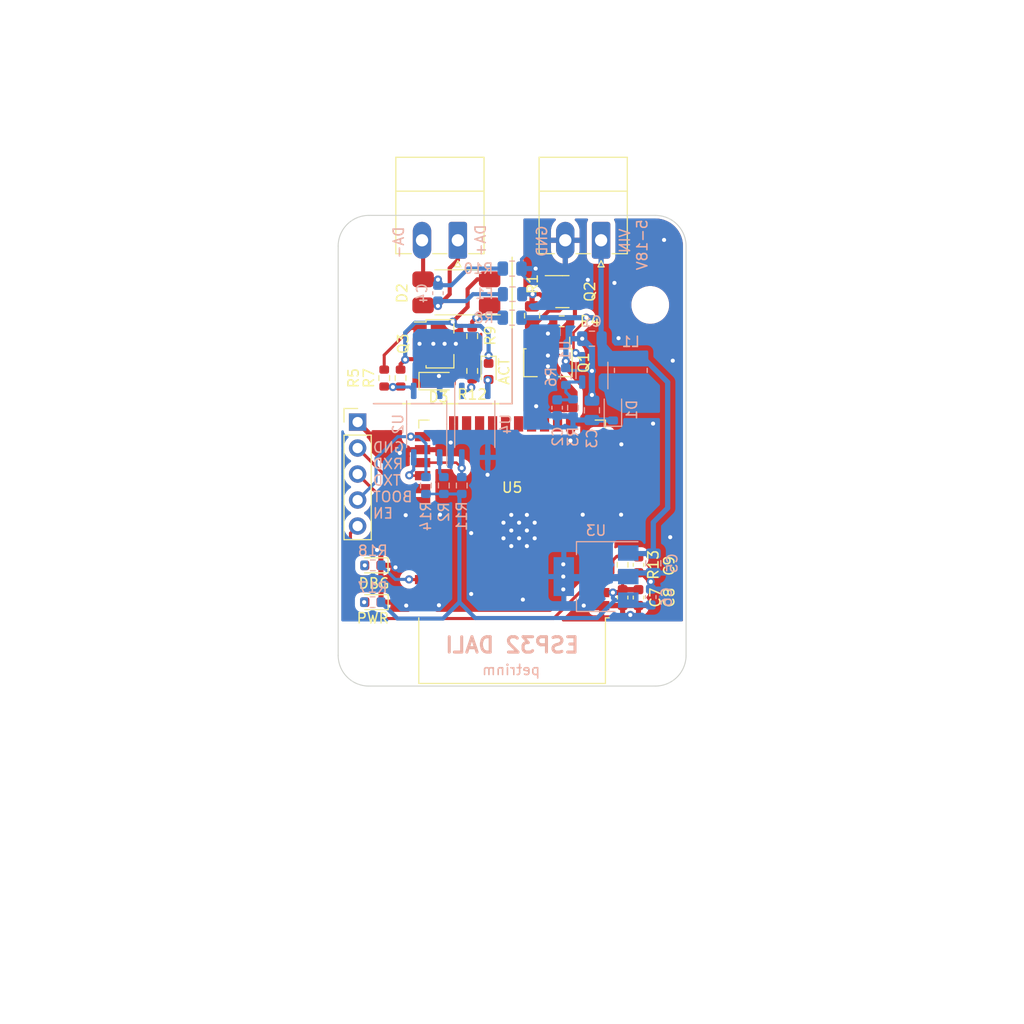
<source format=kicad_pcb>
(kicad_pcb (version 20240108) (generator "pcbnew") (generator_version "8.0")
  (title_block (title "ESP32 Dali") (date "2024-02-10") (rev "v1") (company "petrinm") (comment 4 "AISLER Project ID: "))
  (layers (0 "F.Cu" mixed) (31 "B.Cu" mixed) (34 "B.Paste" user) (35 "F.Paste" user) (36 "B.SilkS" user "B.Silkscreen") (37 "F.SilkS" user "F.Silkscreen") (38 "B.Mask" user) (39 "F.Mask" user) (44 "Edge.Cuts" user))
  (net 0 "")
  (net 1 "Net-(J2-Pin_1)")
  (net 2 "GND")
  (net 3 "Net-(J2-Pin_2)")
  (net 4 "/EN")
  (net 5 "+3V3")
  (net 7 "Net-(D2-+)")
  (net 8 "Net-(D4-A)")
  (net 9 "GNDPWR")
  (net 10 "/TXD")
  (net 11 "/RXD")
  (net 12 "/BOOT")
  (net 13 "/LED")
  (net 14 "Net-(D6-A)")
  (net 15 "Net-(R2-Pad2)")
  (net 16 "/DALI_RX")
  (net 17 "Net-(R5-Pad1)")
  (net 18 "Net-(R12-Pad1)")
  (net 40 "/DALI_TX")
  (net 41 "/VIN")
  (net 42 "Net-(Q1-B)")
  (net 43 "Net-(Q3-B)")
  (net 44 "/DALI_POWER")
  (net 45 "Net-(D5-A)")
  (net 46 "Net-(Q1-E)")
  (net 47 "Net-(D3-A)")
  (net 49 "/BOOST_OUT")
  (net 50 "/DALI_DATA")
  (net 51 "/SW")
  (net 52 "/FB")
  (footprint "Resistor_SMD:R_0603_1608Metric" (layer "F.Cu") (at 161.45 111.45 90)
    (property "Reference" "R13")
    (property "Value" "12k")
  )
  (footprint "RF_Module:ESP32-WROOM-32" (layer "F.Cu") (at 150.65 107.185 180)
    (property "Reference" "U5")
    (property "Value" "ESP32-WROOM-32")
  )
  (footprint "Connector_PinHeader_2.54mm:PinHeader_1x05_P2.54mm_Vertical" (layer "F.Cu") (at 135.55 97.5)
    (property "Reference" "J3" (hide yes))
    (property "Value" "2.54mm pin header")
  )
  (footprint "Package_TO_SOT_SMD:SOT-89-3" (layer "F.Cu") (at 154.15 91.7 -90)
    (property "Reference" "Q1")
    (property "Value" "BCX56-16")
  )
  (footprint "Resistor_SMD:R_0603_1608Metric" (layer "F.Cu") (at 139.75 93.2 -90)
    (property "Reference" "R7")
    (property "Value" "10k")
  )
  (footprint "Resistor_SMD:R_0603_1608Metric" (layer "F.Cu") (at 155.5 87.65)
    (property "Reference" "R4")
    (property "Value" "1k")
  )
  (footprint "Connector_Phoenix_MC:PhoenixContact_MC_1,5_2-G-3.5_1x02_P3.50mm_Horizontal" (layer "F.Cu") (at 145.345 79.7325 180)
    (property "Reference" "J2" (hide yes))
    (property "Value" "2pin 3.5mm terminal block")
  )
  (footprint "MountingHole:MountingHole_3.2mm_M3" (layer "F.Cu") (at 164.15 86.05)
    (property "Reference" "H2" (hide yes))
    (property "Value" "MountingHole")
  )
  (footprint "Package_TO_SOT_SMD:SOT-89-3" (layer "F.Cu") (at 143.6 89.85)
    (property "Reference" "Q3")
    (property "Value" "BCX56-16")
  )
  (footprint "ESPDali:MB1S" (layer "F.Cu") (at 145.2 84.82 180)
    (property "Reference" "D2")
    (property "Value" "MB1S")
  )
  (footprint "LED_SMD:LED_0603_1608Metric" (layer "F.Cu") (at 137.0375 111.5 180)
    (property "Reference" "D6" (hide yes))
    (property "Value" "Red LED")
  )
  (footprint "Resistor_SMD:R_0603_1608Metric" (layer "F.Cu") (at 146.75 89.1 90)
    (property "Reference" "R9")
    (property "Value" "0R")
  )
  (footprint "Capacitor_SMD:C_0603_1608Metric" (layer "F.Cu") (at 163 114.65 -90)
    (property "Reference" "C8")
    (property "Value" "1u")
  )
  (footprint "Capacitor_SMD:C_0603_1608Metric" (layer "F.Cu") (at 161.45 114.65 -90)
    (property "Reference" "C7")
    (property "Value" "100n")
  )
  (footprint "Connector_Phoenix_MC:PhoenixContact_MC_1,5_2-G-3.5_1x02_P3.50mm_Horizontal" (layer "F.Cu") (at 159.345 79.7325 180)
    (property "Reference" "J1" (hide yes))
    (property "Value" "2pin 3.5mm terminal block")
  )
  (footprint "LED_SMD:LED_0603_1608Metric" (layer "F.Cu") (at 137.05 115.1 180)
    (property "Reference" "D5" (hide yes))
    (property "Value" "Blue LED")
  )
  (footprint "Capacitor_SMD:C_0603_1608Metric" (layer "F.Cu") (at 163 111.45 -90)
    (property "Reference" "C9")
    (property "Value" "1n")
  )
  (footprint "Package_TO_SOT_SMD:SOT-23" (layer "F.Cu") (at 155.5625 84.75)
    (property "Reference" "Q2")
    (property "Value" "SMBT2222A")
  )
  (footprint "Resistor_SMD:R_0603_1608Metric" (layer "F.Cu") (at 146.75 92.5 90)
    (property "Reference" "R12")
    (property "Value" "4k7")
  )
  (footprint "Resistor_SMD:R_0603_1608Metric" (layer "F.Cu") (at 138.15 93.2 90)
    (property "Reference" "R5")
    (property "Value" "330")
  )
  (footprint "LED_SMD:LED_0603_1608Metric" (layer "F.Cu") (at 148.35 92.55 -90)
    (property "Reference" "D4" (hide yes))
    (property "Value" "Red LED")
  )
  (footprint "MountingHole:MountingHole_3.2mm_M3" (layer "F.Cu") (at 137.15 86.05)
    (property "Reference" "H1" (hide yes))
    (property "Value" "MountingHole")
  )
  (footprint "Resistor_SMD:R_0805_2012Metric" (layer "F.Cu") (at 152.6 87.1 90)
    (property "Reference" "R1")
    (property "Value" "2R7 1%")
  )
  (footprint "Diode_SMD:D_SOD-323" (layer "F.Cu") (at 143.45 93.5)
    (property "Reference" "D3")
    (property "Value" "3V Zener")
  )
  (footprint "Resistor_SMD:R_0603_1608Metric" (layer "B.Cu") (at 142.225 103.7 90)
    (property "Reference" "R14")
    (property "Value" "5k")
  )
  (footprint "Resistor_SMD:R_0603_1608Metric" (layer "B.Cu") (at 137.0125 115.1 180)
    (property "Reference" "R17")
    (property "Value" "1k")
  )
  (footprint "Resistor_SMD:R_0603_1608Metric" (layer "B.Cu") (at 156.6 96.1 90)
    (property "Reference" "R3")
    (property "Value" "180k")
  )
  (footprint "Diode_SMD:D_SOD-323" (layer "B.Cu") (at 160.5 96.3 90)
    (property "Reference" "D1")
    (property "Value" "NSR0530H")
  )
  (footprint "Capacitor_SMD:C_0805_2012Metric" (layer "B.Cu") (at 164.45 111.3 -90)
    (property "Reference" "C5")
    (property "Value" "1u 25V")
  )
  (footprint "Capacitor_SMD:C_0603_1608Metric" (layer "B.Cu") (at 143.4 84.9 90)
    (property "Reference" "C4")
    (property "Value" "100p")
  )
  (footprint "Capacitor_SMD:C_0805_2012Metric" (layer "B.Cu") (at 158.45 89.35 180)
    (property "Reference" "C1")
    (property "Value" "2u2 25V")
  )
  (footprint "Resistor_SMD:R_0603_1608Metric" (layer "B.Cu") (at 155.9 93.05 90)
    (property "Reference" "R6")
    (property "Value" "13k")
  )
  (footprint "Package_TO_SOT_SMD:SOT-23-5" (layer "B.Cu") (at 158.45 92.45 90)
    (property "Reference" "U1")
    (property "Value" "LM27313XMF")
  )
  (footprint "Capacitor_SMD:C_0805_2012Metric" (layer "B.Cu") (at 158.45 96.35 90)
    (property "Reference" "C3")
    (property "Value" "4u7 25V")
  )
  (footprint "Resistor_SMD:R_0603_1608Metric" (layer "B.Cu") (at 137.0375 111.5 180)
    (property "Reference" "R18")
    (property "Value" "330R")
  )
  (footprint "Capacitor_SMD:C_0603_1608Metric" (layer "B.Cu") (at 155.05 96.1 90)
    (property "Reference" "C2")
    (property "Value" "220p")
  )
  (footprint "Package_TO_SOT_SMD:SOT-223-3_TabPin2" (layer "B.Cu") (at 158.85 112.6 180)
    (property "Reference" "U3")
    (property "Value" "MCP1703A-330")
  )
  (footprint "Resistor_SMD:R_0805_2012Metric" (layer "B.Cu") (at 150.65 82.5)
    (property "Reference" "R10")
    (property "Value" "0R")
  )
  (footprint "Inductor_SMD:L_Wuerth_MAPI-3020" (layer "B.Cu") (at 162.25 92.45 -90)
    (property "Reference" "L1")
    (property "Value" "10u")
  )
  (footprint "Resistor_SMD:R_0603_1608Metric" (layer "B.Cu") (at 145.725 103.7 90)
    (property "Reference" "R11")
    (property "Value" "10k")
  )
  (footprint "Resistor_SMD:R_0603_1608Metric" (layer "B.Cu") (at 143.975 103.7 90)
    (property "Reference" "R2")
    (property "Value" "330")
  )
  (footprint "Capacitor_SMD:C_0603_1608Metric" (layer "B.Cu") (at 164.2 114.6 90)
    (property "Reference" "C6")
    (property "Value" "1u 6V")
  )
  (footprint "Fuse:Fuse_0805_2012Metric" (layer "B.Cu") (at 150.6875 85 180)
    (property "Reference" "F1")
    (property "Value" "200mA Polyfuse")
  )
  (footprint "Package_SO:SOIC-4_4.55x3.7mm_P2.54mm" (layer "B.Cu") (at 147 97.7 -90)
    (property "Reference" "U4")
    (property "Value" "TLP185")
  )
  (footprint "Resistor_SMD:R_0805_2012Metric" (layer "B.Cu") (at 150.65 87.3 180)
    (property "Reference" "R8")
    (property "Value" "0R")
  )
  (footprint "Package_SO:SOIC-4_4.55x3.7mm_P2.54mm" (layer "B.Cu") (at 142.3 97.7 90)
    (property "Reference" "U2")
    (property "Value" "TLP185")
  )
  (gr_line (start 148.65 95.7) (end 145.45 95.7) (stroke (width 0.15)) (layer "B.SilkS"))
  (gr_line (start 150.65 95.7) (end 149.45 95.7) (stroke (width 0.15)) (layer "B.SilkS"))
  (gr_line (start 139.85 95.7) (end 137.1 95.7) (stroke (width 0.15)) (layer "B.SilkS"))
  (gr_line (start 150.65 88.4) (end 150.65 95.7) (stroke (width 0.15)) (layer "B.SilkS"))
  (gr_line (start 143.8 95.7) (end 140.8 95.7) (stroke (width 0.15)) (layer "B.SilkS"))
  (gr_line (start 150.65 95.7) (end 137.25 95.7) (stroke (width 0.15)) (layer "F.SilkS"))
  (gr_line (start 150.65 81.4) (end 150.65 95.7) (stroke (width 0.15)) (layer "F.SilkS"))
  (gr_line (start 164.65 123.3) (end 136.65 123.3) (stroke (width 0.1)) (layer "Edge.Cuts"))
  (gr_arc (start 133.65 80.3) (mid 134.52868 78.17868) (end 136.65 77.3) (stroke (width 0.1)) (layer "Edge.Cuts"))
  (gr_line (start 167.65 80.3) (end 167.65 120.3) (stroke (width 0.1)) (layer "Edge.Cuts"))
  (gr_line (start 133.65 80.3) (end 133.65 120.3) (stroke (width 0.1)) (layer "Edge.Cuts"))
  (gr_arc (start 164.65 77.3) (mid 166.77132 78.17868) (end 167.65 80.3) (stroke (width 0.1)) (layer "Edge.Cuts"))
  (gr_arc (start 136.65 123.3) (mid 134.52868 122.42132) (end 133.65 120.3) (stroke (width 0.1)) (layer "Edge.Cuts"))
  (gr_arc (start 167.65 120.3) (mid 166.77132 122.42132) (end 164.65 123.3) (stroke (width 0.1)) (layer "Edge.Cuts"))
  (gr_line (start 164.65 77.3) (end 136.65 77.3) (stroke (width 0.1)) (layer "Edge.Cuts"))
  (gr_text "DA-" (at 140.15 78.3 90) (layer "B.SilkS") (effects (font (size 1 1)) (justify left bottom mirror)))
  (gr_text "DA+" (at 148.15 78.1 90) (layer "B.SilkS") (effects (font (size 1 1)) (justify left bottom mirror)))
  (gr_text "petrinm" (at 150.55 122.3 0) (layer "B.SilkS") (effects (font (size 1 1)) (justify bottom mirror)))
  (gr_text "GND" (at 154.15 78.2 90) (layer "B.SilkS") (effects (font (size 1 1)) (justify left bottom mirror)))
  (gr_text "VIN" (at 162.25 78.5 90) (layer "B.SilkS") (effects (font (size 1 1)) (justify left bottom mirror)))
  (gr_text "5-18V" (at 163.95 77.6 90) (layer "B.SilkS") (effects (font (size 1 1)) (justify left bottom mirror)))
  (gr_text "GND\nRXD\nTXD\nBOOT\nEN" (at 136.95 103.2 0) (layer "B.SilkS") (effects (font (size 1 1)) (justify right mirror)))
  (gr_text "ESP32 DALI" (at 150.65 119.3 0) (layer "B.SilkS") (effects (font (size 1.5 1.5) (thickness 0.3) (bold yes)) (justify mirror)))
  (gr_text "DBG" (at 135.55 113.85 0) (layer "F.SilkS") (effects (font (size 1 1)) (justify left bottom)))
  (gr_text "PWR" (at 135.3625 117.25 0) (layer "F.SilkS") (effects (font (size 1 1)) (justify left bottom)))
  (gr_text "ACT" (at 150.45 93.95 90) (layer "F.SilkS") (effects (font (size 1 1)) (justify left bottom)))
  (segment (start 145.345 81.655) (end 145.345 79.7325) (width 0.4) (layer "F.Cu") (net 1))
  (segment (start 143.4 86.15) (end 144.55 85) (width 0.4) (layer "F.Cu") (net 1))
  (segment (start 143.34 86.09) (end 143.4 86.15) (width 0.4) (layer "F.Cu") (net 1))
  (segment (start 141.95 86.09) (end 143.34 86.09) (width 0.4) (layer "F.Cu") (net 1))
  (segment (start 144.55 85) (end 144.55 82.45) (width 0.4) (layer "F.Cu") (net 1))
  (segment (start 144.55 82.45) (end 145.345 81.655) (width 0.4) (layer "F.Cu") (net 1))
  (segment (start 141.95 86.12) (end 141.95 86.62) (width 0.4) (layer "F.Cu") (net 1))
  (via (at 143.4 86.15) (size 0.8) (drill 0.4) (layers "F.Cu" "B.Cu") (net 1))
  (segment (start 143.4 85.675) (end 143.4 86.15) (width 0.4) (layer "B.Cu") (net 1))
  (segment (start 146.825 85) (end 149.75 85) (width 0.4) (layer "B.Cu") (net 1))
  (segment (start 146.15 85.675) (end 146.825 85) (width 0.4) (layer "B.Cu") (net 1))
  (segment (start 143.4 85.675) (end 146.15 85.675) (width 0.4) (layer "B.Cu") (net 1))
  (segment (start 163.325 112.225) (end 163 112.225) (width 0.508) (layer "F.Cu") (net 2))
  (segment (start 161.44 115.435) (end 159.4 115.435) (width 0.508) (layer "F.Cu") (net 2))
  (segment (start 158.2 115.435) (end 159.4 115.435) (width 0.508) (layer "F.Cu") (net 2))
  (segment (start 135.55 97.5) (end 138.575 100.525) (width 0.508) (layer "F.Cu") (net 2))
  (segment (start 161.45 115.425) (end 161.44 115.435) (width 0.508) (layer "F.Cu") (net 2))
  (segment (start 143.45 115.5) (end 143.385 115.435) (width 0.254) (layer "F.Cu") (net 2))
  (segment (start 143.385 115.435) (end 141.9 115.435) (width 0.254) (layer "F.Cu") (net 2))
  (segment (start 140.45 115.435) (end 141.9 115.435) (width 0.254) (layer "F.Cu") (net 2))
  (segment (start 138.575 100.525) (end 139.675 100.525) (width 0.508) (layer "F.Cu") (net 2))
  (segment (start 163 115.425) (end 161.45 115.425) (width 0.508) (layer "F.Cu") (net 2))
  (segment (start 164.2 113.1) (end 163.325 112.225) (width 0.508) (layer "F.Cu") (net 2))
  (via (at 166.35 91.5) (size 0.8) (drill 0.4) (layers "F.Cu" "B.Cu") (net 2))
  (via (at 161.05 89.3) (size 0.8) (drill 0.4) (layers "F.Cu" "B.Cu") (net 2))
  (via (at 164.425 97.65) (size 0.8) (drill 0.4) (layers "F.Cu" "B.Cu") (net 2))
  (via (at 137.45 110) (size 0.8) (drill 0.4) (layers "F.Cu" "B.Cu") (net 2))
  (via (at 157.55 106.55) (size 0.8) (drill 0.4) (layers "F.Cu" "B.Cu") (net 2))
  (via (at 155.9 91.55) (size 0.8) (drill 0.4) (layers "F.Cu" "B.Cu") (net 2))
  (via (at 155.65 112.6) (size 0.8) (drill 0.4) (layers "F.Cu" "B.Cu") (net 2))
  (via (at 143.5 115.4) (size 0.8) (drill 0.4) (layers "F.Cu" "B.Cu") (net 2))
  (via (at 158.05 83.6) (size 0.8) (drill 0.4) (layers "F.Cu" "B.Cu") (net 2))
  (via (at 157.65 115.435) (size 0.8) (drill 0.4) (layers "F.Cu" "B.Cu") (net 2))
  (via (at 156.35 99.3) (size 0.8) (drill 0.4) (layers "F.Cu" "B.Cu") (net 2))
  (via (at 143.6 106.55) (size 0.8) (drill 0.4) (layers "F.Cu" "B.Cu") (net 2))
  (via (at 152.95 82.5) (size 0.8) (drill 0.4) (layers "F.Cu" "B.Cu") (net 2))
  (via (at 140.25 106.6) (size 0.8) (drill 0.4) (layers "F.Cu" "B.Cu") (net 2))
  (via (at 155.65 113.85) (size 0.8) (drill 0.4) (layers "F.Cu" "B.Cu") (net 2))
  (via (at 158.45 94.85) (size 0.8) (drill 0.4) (layers "F.Cu" "B.Cu") (net 2))
  (via (at 162.2 116.35) (size 0.8) (drill 0.4) (layers "F.Cu" "B.Cu") (net 2))
  (via (at 151.7 114.85) (size 0.8) (drill 0.4) (layers "F.Cu" "B.Cu") (net 2))
  (via (at 166.1 108.75) (size 0.8) (drill 0.4) (layers "F.Cu" "B.Cu") (net 2))
  (via (at 146.65 108.35) (size 0.8) (drill 0.4) (layers "F.Cu" "B.Cu") (net 2))
  (via (at 146.65 114.3) (size 0.8) (drill 0.4) (layers "F.Cu" "B.Cu") (net 2))
  (via (at 158.45 92.5) (size 0.8) (drill 0.4) (layers "F.Cu" "B.Cu") (net 2))
  (via (at 139.25 111.7) (size 0.8) (drill 0.4) (layers "F.Cu" "B.Cu") (net 2))
  (via (at 139.675 100.525) (size 0.8) (drill 0.4) (layers "F.Cu" "B.Cu") (net 2))
  (via (at 160.65 83.9) (size 0.8) (drill 0.4) (layers "F.Cu" "B.Cu") (net 2))
  (via (at 165.5 79.7) (size 0.8) (drill 0.4) (layers "F.Cu" "B.Cu") (net 2))
  (via (at 144.65 99.5) (size 0.8) (drill 0.4) (layers "F.Cu" "B.Cu") (net 2))
  (via (at 157.5 89.35) (size 0.8) (drill 0.4) (layers "F.Cu" "B.Cu") (net 2))
  (via (at 155.65 111.4) (size 0.8) (drill 0.4) (layers "F.Cu" "B.Cu") (net 2))
  (via (at 140.3 115.435) (size 0.8) (drill 0.4) (layers "F.Cu" "B.Cu") (net 2))
  (via (at 161.325 99.675) (size 0.8) (drill 0.4) (layers "F.Cu" "B.Cu") (net 2))
  (via (at 148.25 102.65) (size 0.8) (drill 0.4) (layers "F.Cu" "B.Cu") (net 2))
  (via (at 164.2 113.1) (size 0.8) (drill 0.4) (layers "F.Cu" "B.Cu") (net 2))
  (via (at 161.3 106.55) (size 0.8) (drill 0.4) (layers "F.Cu" "B.Cu") (net 2))
  (segment (start 162 112.6) (end 162.35 112.25) (width 0.508) (layer "B.Cu") (net 2))
  (segment (start 158.25 92.45) (end 156.1 92.45) (width 0.3) (layer "B.Cu") (net 2))
  (segment (start 148.27 102.63) (end 148.27 100.95) (width 0.3) (layer "B.Cu") (net 2))
  (segment (start 157.5 89.35) (end 158.45 90.3) (width 0.6) (layer "B.Cu") (net 2))
  (segment (start 162.35 112.25) (end 164.45 112.25) (width 0.508) (layer "B.Cu") (net 2))
  (segment (start 158.45 94.85) (end 158.45 93.6875) (width 0.6) (layer "B.Cu") (net 2))
  (segment (start 164.2 113.1) (end 164.2 112.9) (width 0.508) (layer "B.Cu") (net 2))
  (segment (start 164.2 113.825) (end 164.2 112.5) (width 0.508) (layer "B.Cu") (net 2))
  (segment (start 162 112.6) (end 161.8 112.8) (width 0.508) (layer "B.Cu") (net 2))
  (segment (start 158.5 93.5875) (end 158.5 92.7) (width 0.3) (layer "B.Cu") (net 2))
  (segment (start 157.5 89.35) (end 156.25 89.35) (width 0.508) (layer "B.Cu") (net 2))
  (segment (start 151.5625 83.0125) (end 152.35 83.8) (width 0.3) (layer "B.Cu") (net 2))
  (segment (start 148.25 102.65) (end 148.27 102.63) (width 0.3) (layer "B.Cu") (net 2))
  (segment (start 158.45 93.5875) (end 158.45 92.5) (width 0.6) (layer "B.Cu") (net 2))
  (segment (start 155.9 112.8) (end 155.7 112.6) (width 0.508) (layer "B.Cu") (net 2))
  (segment (start 151.5625 82.5) (end 151.5625 81.5875) (width 0.3) (layer "B.Cu") (net 2))
  (segment (start 158.45 90.3) (end 158.45 92.5) (width 0.6) (layer "B.Cu") (net 2))
  (segment (start 164.2 112.5) (end 164.45 112.25) (width 0.508) (layer "B.Cu") (net 2))
  (segment (start 161.8 112.8) (end 155.9 112.8) (width 0.508) (layer "B.Cu") (net 2))
  (segment (start 151.5625 82.5) (end 151.5625 83.0125) (width 0.3) (layer "B.Cu") (net 2))
  (segment (start 155.9 89.7) (end 155.9 92.225) (width 0.508) (layer "B.Cu") (net 2))
  (segment (start 151.5625 81.5875) (end 152.15 81) (width 0.3) (layer "B.Cu") (net 2))
  (segment (start 156.25 89.35) (end 155.9 89.7) (width 0.508) (layer "B.Cu") (net 2))
  (segment (start 142.02 83.65) (end 141.95 83.58) (width 0.508) (layer "F.Cu") (net 3))
  (segment (start 141.95 83.55) (end 141.95 79.8375) (width 0.4) (layer "F.Cu") (net 3))
  (segment (start 143.4 83.575) (end 143.375 83.55) (width 0.4) (layer "F.Cu") (net 3))
  (segment (start 141.95 79.8375) (end 141.845 79.7325) (width 0.4) (layer "F.Cu") (net 3))
  (segment (start 143.375 83.55) (end 141.95 83.55) (width 0.4) (layer "F.Cu") (net 3))
  (via (at 143.4 83.575) (size 0.8) (drill 0.4) (layers "F.Cu" "B.Cu") (net 3))
  (segment (start 144.725 84.125) (end 146.35 82.5) (width 0.4) (layer "B.Cu") (net 3))
  (segment (start 146.35 82.5) (end 149.7375 82.5) (width 0.4) (layer "B.Cu") (net 3))
  (segment (start 143.4 84.125) (end 144.725 84.125) (width 0.4) (layer "B.Cu") (net 3))
  (segment (start 143.4 83.575) (end 143.4 84.125) (width 0.4) (layer "B.Cu") (net 3))
  (segment (start 161.5 110.675) (end 161.45 110.625) (width 0.3) (layer "F.Cu") (net 4))
  (segment (start 163 110.675) (end 161.5 110.675) (width 0.3) (layer "F.Cu") (net 4))
  (segment (start 154.7 116.7) (end 135.8 116.7) (width 0.3) (layer "F.Cu") (net 4))
  (segment (start 159.824976 112.895) (end 159.4 112.895) (width 0.3) (layer "F.Cu") (net 4))
  (segment (start 134.85 115.75) (end 134.85 108.36) (width 0.3) (layer "F.Cu") (net 4))
  (segment (start 159.4 112.895) (end 158.505 112.895) (width 0.3) (layer "F.Cu") (net 4))
  (segment (start 161.45 110.625) (end 160.875 110.625) (width 0.3) (layer "F.Cu") (net 4))
  (segment (start 160.5 112.219976) (end 159.824976 112.895) (width 0.3) (layer "F.Cu") (net 4))
  (segment (start 134.85 108.36) (end 135.55 107.66) (width 0.3) (layer "F.Cu") (net 4))
  (segment (start 160.5 111) (end 160.5 112.219976) (width 0.3) (layer "F.Cu") (net 4))
  (segment (start 160.875 110.625) (end 160.5 111) (width 0.3) (layer "F.Cu") (net 4))
  (segment (start 158.505 112.895) (end 154.7 116.7) (width 0.3) (layer "F.Cu") (net 4))
  (segment (start 135.8 116.7) (end 134.85 115.75) (width 0.3) (layer "F.Cu") (net 4))
  (segment (start 161.19314 114.165) (end 160.5 114.165) (width 0.508) (layer "F.Cu") (net 5))
  (segment (start 161.45 113.875) (end 161.45 112.275) (width 0.3) (layer "F.Cu") (net 5))
  (segment (start 159.4 114.165) (end 160.5 114.165) (width 0.508) (layer "F.Cu") (net 5))
  (segment (start 161.45 113.90814) (end 161.19314 114.165) (width 0.508) (layer "F.Cu") (net 5))
  (segment (start 163 113.875) (end 161.45 113.875) (width 0.508) (layer "F.Cu") (net 5))
  (segment (start 161.45 113.875) (end 161.45 113.90814) (width 0.508) (layer "F.Cu") (net 5))
  (via (at 160.5 114.165) (size 0.8) (drill 0.4) (layers "F.Cu" "B.Cu") (net 5))
  (segment (start 158.95 116.65) (end 147.05 116.65) (width 0.4) (layer "B.Cu") (net 5))
  (segment (start 162.275 115.375) (end 162 115.1) (width 0.508) (layer "B.Cu") (net 5))
  (segment (start 142.225 104.525) (end 145.725 104.525) (width 0.25) (layer "B.Cu") (net 5))
  (segment (start 145.725 104.525) (end 143.975 104.525) (width 0.3) (layer "B.Cu") (net 5))
  (segment (start 145.5 115.1) (end 143.9 116.7) (width 0.4) (layer "B.Cu") (net 5))
  (segment (start 139.4375 116.7) (end 137.8375 115.1) (width 0.4) (layer "B.Cu") (net 5))
  (segment (start 147.05 116.65) (end 145.5 115.1) (width 0.4) (layer "B.Cu") (net 5))
  (segment (start 164.2 115.375) (end 162.275 115.375) (width 0.508) (layer "B.Cu") (net 5))
  (segment (start 162 114.9) (end 160.7 114.9) (width 0.4) (layer "B.Cu") (net 5))
  (segment (start 143.9 116.7) (end 139.4375 116.7) (width 0.4) (layer "B.Cu") (net 5))
  (segment (start 160.7 114.9) (end 158.95 116.65) (width 0.4) (layer "B.Cu") (net 5))
  (segment (start 162 115.1) (end 162 114.9) (width 0.508) (layer "B.Cu") (net 5))
  (segment (start 160.5 114.165) (end 160.5 114.7) (width 0.4) (layer "B.Cu") (net 5))
  (segment (start 145.5 104.75) (end 145.725 104.525) (width 0.4) (layer "B.Cu") (net 5))
  (segment (start 145.5 115.1) (end 145.5 104.75) (width 0.4) (layer "B.Cu") (net 5))
  (segment (start 160.5 114.7) (end 160.7 114.9) (width 0.4) (layer "B.Cu") (net 5))
  (segment (start 147.15 87.3) (end 146.75 87.7) (width 0.4) (layer "F.Cu") (net 7))
  (segment (start 148.33 86.12) (end 148.45 86.12) (width 0.4) (layer "F.Cu") (net 7))
  (segment (start 146.75 87.7) (end 146.75 88.275) (width 0.4) (layer "F.Cu") (net 7))
  (segment (start 147.15 87.3) (end 148.33 86.12) (width 0.4) (layer "F.Cu") (net 7))
  (via (at 147.15 87.3) (size 0.8) (drill 0.4) (layers "F.Cu" "B.Cu") (net 7))
  (segment (start 147.15 87.3) (end 149.7375 87.3) (width 0.508) (layer "B.Cu") (net 7))
  (via (at 148.27 93.4075) (size 0.8) (drill 0.4) (layers "F.Cu" "B.Cu") (net 8))
  (segment (start 148.27 93.4075) (end 148.27 94.45) (width 0.4) (layer "B.Cu") (net 8))
  (segment (start 148.25 93.3875) (end 148.27 93.4075) (width 0.4) (layer "B.Cu") (net 8))
  (segment (start 148.35 91) (end 148.35 91.7625) (width 0.4) (layer "F.Cu") (net 9))
  (segment (start 140.2 91.4) (end 140.25 91.35) (width 0.4) (layer "F.Cu") (net 9))
  (segment (start 147.25 83.55) (end 148.45 83.55) (width 0.4) (layer "F.Cu") (net 9))
  (segment (start 144.85 87.7) (end 146.3 86.25) (width 0.4) (layer "F.Cu") (net 9))
  (segment (start 139.75 91.85) (end 139.75 92.375) (width 0.4) (layer "F.Cu") (net 9))
  (segment (start 140.25 91.35) (end 141.65 91.35) (width 0.4) (layer "F.Cu") (net 9))
  (segment (start 140.2 91.4) (end 139.75 91.85) (width 0.4) (layer "F.Cu") (net 9))
  (segment (start 146.3 84.5) (end 147.25 83.55) (width 0.4) (layer "F.Cu") (net 9))
  (segment (start 146.3 86.25) (end 146.3 84.5) (width 0.4) (layer "F.Cu") (net 9))
  (via (at 144.85 87.7) (size 0.8) (drill 0.4) (layers "F.Cu" "B.Cu") (net 9))
  (via (at 148.35 91) (size 0.8) (drill 0.4) (layers "F.Cu" "B.Cu") (net 9))
  (via (at 140.2 91.4) (size 0.8) (drill 0.4) (layers "F.Cu" "B.Cu") (net 9))
  (segment (start 141.15 87.8) (end 144.75 87.8) (width 0.4) (layer "B.Cu") (net 9))
  (segment (start 148.35 91) (end 148.35 88.9) (width 0.4) (layer "B.Cu") (net 9))
  (segment (start 144.75 87.8) (end 144.85 87.7) (width 0.4) (layer "B.Cu") (net 9))
  (segment (start 140.2 91.4) (end 140.2 88.75) (width 0.4) (layer "B.Cu") (net 9))
  (segment (start 147.55 88.1) (end 145.25 88.1) (width 0.4) (layer "B.Cu") (net 9))
  (segment (start 145.25 88.1) (end 144.85 87.7) (width 0.4) (layer "B.Cu") (net 9))
  (segment (start 148.35 88.9) (end 147.55 88.1) (width 0.4) (layer "B.Cu") (net 9))
  (segment (start 140.2 88.75) (end 141.15 87.8) (width 0.4) (layer "B.Cu") (net 9))
  (segment (start 137.8 104.83) (end 135.55 102.58) (width 0.3) (layer "F.Cu") (net 10))
  (segment (start 141.9 111.625) (end 140.975 111.625) (width 0.3) (layer "F.Cu") (net 10))
  (segment (start 137.8 108.45) (end 137.8 104.83) (width 0.3) (layer "F.Cu") (net 10))
  (segment (start 140.975 111.625) (end 137.8 108.45) (width 0.3) (layer "F.Cu") (net 10))
  (segment (start 141.305 110.355) (end 138.7 107.75) (width 0.3) (layer "F.Cu") (net 11))
  (segment (start 138.7 103.19) (end 135.55 100.04) (width 0.3) (layer "F.Cu") (net 11))
  (segment (start 138.7 107.75) (end 138.7 103.19) (width 0.3) (layer "F.Cu") (net 11))
  (segment (start 141.9 110.355) (end 141.305 110.355) (width 0.3) (layer "F.Cu") (net 11))
  (segment (start 140.75 98.925) (end 141.9 98.925) (width 0.3) (layer "F.Cu") (net 12))
  (via (at 140.75 98.925) (size 0.8) (drill 0.4) (layers "F.Cu" "B.Cu") (net 12))
  (segment (start 139.475 98.925) (end 137.35 101.05) (width 0.3) (layer "B.Cu") (net 12))
  (segment (start 142.225 99.6) (end 142.225 102.875) (width 0.3) (layer "B.Cu") (net 12))
  (segment (start 140.75 98.925) (end 141.55 98.925) (width 0.3) (layer "B.Cu") (net 12))
  (segment (start 140.75 98.925) (end 139.475 98.925) (width 0.3) (layer "B.Cu") (net 12))
  (segment (start 141.55 98.925) (end 142.225 99.6) (width 0.3) (layer "B.Cu") (net 12))
  (segment (start 137.35 103.32) (end 135.55 105.12) (width 0.3) (layer "B.Cu") (net 12))
  (segment (start 137.35 101.05) (end 137.35 103.32) (width 0.3) (layer "B.Cu") (net 12))
  (segment (start 140.595 112.895) (end 140.575 112.875) (width 0.3) (layer "F.Cu") (net 13))
  (segment (start 141.9 112.895) (end 140.595 112.895) (width 0.3) (layer "F.Cu") (net 13))
  (via (at 140.575 112.875) (size 0.8) (drill 0.4) (layers "F.Cu" "B.Cu") (net 13))
  (segment (start 140.575 112.875) (end 139.2375 112.875) (width 0.3) (layer "B.Cu") (net 13))
  (segment (start 139.2375 112.875) (end 137.8625 111.5) (width 0.3) (layer "B.Cu") (net 13))
  (via (at 136.25 111.5) (size 0.8) (drill 0.4) (layers "F.Cu" "B.Cu") (net 14))
  (segment (start 136.2125 111.5) (end 136.25 111.5) (width 0.4) (layer "B.Cu") (net 14))
  (segment (start 143.57 100.95) (end 143.57 102.47) (width 0.3) (layer "B.Cu") (net 15))
  (segment (start 143.57 102.47) (end 143.975 102.875) (width 0.3) (layer "B.Cu") (net 15))
  (segment (start 145.195 101.465) (end 145.725 101.995) (width 0.25) (layer "F.Cu") (net 16))
  (segment (start 141.9 101.465) (end 145.195 101.465) (width 0.25) (layer "F.Cu") (net 16))
  (via (at 145.725 101.995) (size 0.8) (drill 0.4) (layers "F.Cu" "B.Cu") (net 16))
  (segment (start 145.725 101.995) (end 145.725 102.875) (width 0.3) (layer "B.Cu") (net 16))
  (segment (start 145.73 100.95) (end 145.73 101.99) (width 0.3) (layer "B.Cu") (net 16))
  (segment (start 145.73 101.99) (end 145.725 101.995) (width 0.3) (layer "B.Cu") (net 16))
  (segment (start 139.75 94.025) (end 138.15 94.025) (width 0.254) (layer "F.Cu") (net 17))
  (via (at 139 94.075) (size 0.8) (drill 0.4) (layers "F.Cu" "B.Cu") (net 17))
  (segment (start 139 94.075) (end 140.655 94.075) (width 0.3) (layer "B.Cu") (net 17))
  (segment (start 140.655 94.075) (end 141.03 94.45) (width 0.3) (layer "B.Cu") (net 17))
  (segment (start 141.15 94.025) (end 141.15 94.33) (width 0.254) (layer "B.Cu") (net 17))
  (segment (start 141.15 94.33) (end 141.03 94.45) (width 0.254) (layer "B.Cu") (net 17))
  (segment (start 146.65 93.425) (end 146.75 93.325) (width 0.254) (layer "F.Cu") (net 18))
  (segment (start 146.65 94.1) (end 146.65 93.425) (width 0.254) (layer "F.Cu") (net 18))
  (via (at 146.65 94.1) (size 0.8) (drill 0.4) (layers "F.Cu" "B.Cu") (net 18))
  (segment (start 146.3 94.45) (end 145.73 94.45) (width 0.254) (layer "B.Cu") (net 18))
  (segment (start 146.65 94.1) (end 146.3 94.45) (width 0.254) (layer "B.Cu") (net 18))
  (segment (start 140.635 102.735) (end 141.9 102.735) (width 0.25) (layer "F.Cu") (net 40))
  (segment (start 140.6 102.7) (end 140.635 102.735) (width 0.25) (layer "F.Cu") (net 40))
  (via (at 140.6 102.7) (size 0.8) (drill 0.4) (layers "F.Cu" "B.Cu") (net 40))
  (segment (start 140.6 102.7) (end 140.6 102.6) (width 0.3) (layer "B.Cu") (net 40))
  (segment (start 140.6 102.6) (end 141.03 102.17) (width 0.3) (layer "B.Cu") (net 40))
  (segment (start 141.03 102.17) (end 141.03 100.95) (width 0.3) (layer "B.Cu") (net 40))
  (segment (start 156.85 90.75) (end 156.65 90.55) (width 0.25) (layer "F.Cu") (net 41))
  (segment (start 157.9 87.5) (end 157.9 87.3) (width 0.25) (layer "F.Cu") (net 41))
  (segment (start 156.65 88.75) (end 157.9 87.5) (width 0.25) (layer "F.Cu") (net 41))
  (segment (start 156.65 90.55) (end 156.65 88.75) (width 0.25) (layer "F.Cu") (net 41))
  (via (at 156.85 90.75) (size 0.8) (drill 0.4) (layers "F.Cu" "B.Cu") (net 41))
  (via (at 157.9 87.3) (size 0.8) (drill 0.4) (layers "F.Cu" "B.Cu") (net 41))
  (segment (start 165.85 93.6) (end 165.85 105.9) (width 0.508) (layer "B.Cu") (net 41))
  (segment (start 151.5625 87.3) (end 157.9 87.3) (width 0.508) (layer "B.Cu") (net 41))
  (segment (start 164.45 107.3) (end 164.45 110.35) (width 0.508) (layer "B.Cu") (net 41))
  (segment (start 157.9 87.3) (end 159.2 87.3) (width 0.508) (layer "B.Cu") (net 41))
  (segment (start 159.4 91.3125) (end 159.4 90.8) (width 0.25) (layer "B.Cu") (net 41))
  (segment (start 156.9375 90.75) (end 157.5 91.3125) (width 0.25) (layer "B.Cu") (net 41))
  (segment (start 159.345 89.295) (end 159.345 88.3) (width 0.508) (layer "B.Cu") (net 41))
  (segment (start 163.625 91.375) (end 165.85 93.6) (width 0.508) (layer "B.Cu") (net 41))
  (segment (start 157.5 90.8) (end 157.5 91.3125) (width 0.25) (layer "B.Cu") (net 41))
  (segment (start 159.345 79.7325) (end 159.345 87.045) (width 0.508) (layer "B.Cu") (net 41))
  (segment (start 162.25 91.375) (end 163.625 91.375) (width 0.508) (layer "B.Cu") (net 41))
  (segment (start 159.5125 91.375) (end 162.25 91.375) (width 0.508) (layer "B.Cu") (net 41))
  (segment (start 162.05 110.35) (end 162 110.3) (width 0.508) (layer "B.Cu") (net 41))
  (segment (start 159.4 90.2) (end 159.4 89.35) (width 0.4) (layer "B.Cu") (net 41))
  (segment (start 156.85 90.75) (end 156.9375 90.75) (width 0.25) (layer "B.Cu") (net 41))
  (segment (start 165.85 105.9) (end 164.45 107.3) (width 0.508) (layer "B.Cu") (net 41))
  (segment (start 159.45 91.3125) (end 159.45 90.25) (width 0.4) (layer "B.Cu") (net 41))
  (segment (start 164.45 110.35) (end 162.05 110.35) (width 0.508) (layer "B.Cu") (net 41))
  (segment (start 159.4 89.35) (end 159.345 89.295) (width 0.508) (layer "B.Cu") (net 41))
  (segment (start 159.345 87.155) (end 159.345 88.3) (width 0.508) (layer "B.Cu") (net 41))
  (segment (start 155.65 89.75) (end 155.65 88.325) (width 0.508) (layer "F.Cu") (net 42))
  (segment (start 156.7875 87.1875) (end 156.325 87.65) (width 0.4) (layer "F.Cu") (net 42))
  (segment (start 155.65 88.325) (end 156.325 87.65) (width 0.508) (layer "F.Cu") (net 42))
  (segment (start 156.7875 84.8) (end 156.7875 87.1875) (width 0.4) (layer "F.Cu") (net 42))
  (segment (start 141.65 88.35) (end 140.75 88.35) (width 0.3) (layer "F.Cu") (net 43))
  (segment (start 138.15 90.95) (end 138.15 92.375) (width 0.3) (layer "F.Cu") (net 43))
  (segment (start 140.75 88.35) (end 138.15 90.95) (width 0.3) (layer "F.Cu") (net 43))
  (segment (start 153.35 85) (end 154.1 85.75) (width 0.4) (layer "F.Cu") (net 44))
  (segment (start 152.65 85) (end 153.35 85) (width 0.4) (layer "F.Cu") (net 44))
  (segment (start 152.65 85) (end 152.6 85.05) (width 0.508) (layer "F.Cu") (net 44))
  (segment (start 154.1 85.75) (end 154.5125 85.75) (width 0.4) (layer "F.Cu") (net 44))
  (segment (start 152.6 85.05) (end 152.6 86.1875) (width 0.508) (layer "F.Cu") (net 44))
  (via (at 152.65 85) (size 0.8) (drill 0.4) (layers "F.Cu" "B.Cu") (net 44))
  (segment (start 152.65 85) (end 152.025 85) (width 0.4) (layer "B.Cu") (net 44))
  (segment (start 152.025 85) (end 151.975 85.05) (width 0.4) (layer "B.Cu") (net 44))
  (segment (start 151.975 85.05) (end 151.975 85.075) (width 0.4) (layer "B.Cu") (net 44))
  (segment (start 136.2625 115.1) (end 136.1875 115.1) (width 0.4) (layer "F.Cu") (net 45))
  (via (at 136.1875 115.1) (size 0.8) (drill 0.4) (layers "F.Cu" "B.Cu") (net 45))
  (segment (start 152.65 89.75) (end 152.65 88.0625) (width 0.4) (layer "F.Cu") (net 46))
  (segment (start 155.8 86.040318) (end 155.240318 86.6) (width 0.4) (layer "F.Cu") (net 46))
  (segment (start 154.625 84.287918) (end 154.625 83.8) (width 0.254) (layer "F.Cu") (net 46))
  (segment (start 155.240318 86.6) (end 154.25 86.6) (width 0.4) (layer "F.Cu") (net 46))
  (segment (start 154.5125 83.85) (end 154.9 83.85) (width 0.4) (layer "F.Cu") (net 46))
  (segment (start 155.8 85.462918) (end 154.625 84.287918) (width 0.254) (layer "F.Cu") (net 46))
  (segment (start 154.25 86.6) (end 152.8375 88.0125) (width 0.4) (layer "F.Cu") (net 46))
  (segment (start 152.8375 88.0125) (end 152.35 88.0125) (width 0.4) (layer "F.Cu") (net 46))
  (segment (start 154.6 83.825) (end 154.625 83.8) (width 0.3) (layer "F.Cu") (net 46))
  (segment (start 152.65 88.0625) (end 152.6 88.0125) (width 0.4) (layer "F.Cu") (net 46))
  (segment (start 155.8 85.462918) (end 155.8 86.040318) (width 0.4) (layer "F.Cu") (net 46))
  (segment (start 144.925 93.5) (end 146.75 91.675) (width 0.3) (layer "F.Cu") (net 47))
  (segment (start 144.75 93.5) (end 144.925 93.5) (width 0.3) (layer "F.Cu") (net 47))
  (segment (start 146.75 91.925) (end 146.725 91.95) (width 0.254) (layer "F.Cu") (net 47))
  (segment (start 146.75 91.675) (end 146.75 91.925) (width 0.254) (layer "F.Cu") (net 47))
  (segment (start 154.15 88.175) (end 154.675 87.65) (width 0.4) (layer "F.Cu") (net 49))
  (segment (start 154.15 89.8375) (end 154.15 88.85) (width 0.508) (layer "F.Cu") (net 49))
  (segment (start 154.15 88.85) (end 154.15 88.175) (width 0.4) (layer "F.Cu") (net 49))
  (via (at 153 95.95) (size 0.8) (drill 0.4) (layers "F.Cu" "B.Cu") (net 49))
  (via (at 154.15 88.85) (size 0.8) (drill 0.4) (layers "F.Cu" "B.Cu") (net 49))
  (via (at 154.15 93.1) (size 0.8) (drill 0.4) (layers "F.Cu" "B.Cu") (net 49))
  (via (at 154.15 91) (size 0.8) (drill 0.4) (layers "F.Cu" "B.Cu") (net 49))
  (via (at 154.15 92.05) (size 0.8) (drill 0.4) (layers "F.Cu" "B.Cu") (net 49))
  (segment (start 153.875 96.35) (end 154.4 96.875) (width 0.508) (layer "B.Cu") (net 49))
  (segment (start 155.1 96.925) (end 155.05 96.875) (width 0.508) (layer "B.Cu") (net 49))
  (segment (start 154.4 96.875) (end 155.05 96.875) (width 0.508) (layer "B.Cu") (net 49))
  (segment (start 156.6 96.925) (end 155.1 96.925) (width 0.508) (layer "B.Cu") (net 49))
  (segment (start 158.45 97.3) (end 156.975 97.3) (width 0.508) (layer "B.Cu") (net 49))
  (segment (start 153.875 93.375) (end 153.875 96.35) (width 0.508) (layer "B.Cu") (net 49))
  (segment (start 154.15 91) (end 154.15 93.1) (width 0.508) (layer "B.Cu") (net 49))
  (segment (start 156.975 97.3) (end 156.6 96.925) (width 0.508) (layer "B.Cu") (net 49))
  (segment (start 154.15 93.1) (end 153.875 93.375) (width 0.508) (layer "B.Cu") (net 49))
  (segment (start 158.45 97.3) (end 160.45 97.3) (width 0.508) (layer "B.Cu") (net 49))
  (segment (start 160.45 97.3) (end 160.5 97.35) (width 0.508) (layer "B.Cu") (net 49))
  (segment (start 142.15 93.5) (end 143 93.5) (width 0.254) (layer "F.Cu") (net 50))
  (segment (start 144.775 89.85) (end 146.675 89.85) (width 0.508) (layer "F.Cu") (net 50))
  (segment (start 144.775 89.85) (end 143.5 89.85) (width 0.254) (layer "F.Cu") (net 50))
  (segment (start 143.5 89.85) (end 143.5 93) (width 0.254) (layer "F.Cu") (net 50))
  (segment (start 141.9125 90.125) (end 141.6375 89.85) (width 0.508) (layer "F.Cu") (net 50))
  (segment (start 143 93.5) (end 143.5 93) (width 0.254) (layer "F.Cu") (net 50))
  (segment (start 146.675 89.85) (end 146.75 89.925) (width 0.508) (layer "F.Cu") (net 50))
  (via (at 145.15 89.85) (size 0.8) (drill 0.4) (layers "F.Cu" "B.Cu") (net 50))
  (via (at 144.05 89.85) (size 0.8) (drill 0.4) (layers "F.Cu" "B.Cu") (net 50))
  (via (at 143.5 93) (size 0.8) (drill 0.4) (layers "F.Cu" "B.Cu") (net 50))
  (via (at 142.95 89.85) (size 0.8) (drill 0.4) (layers "F.Cu" "B.Cu") (net 50))
  (via (at 141.6 89.85) (size 0.8) (drill 0.4) (layers "F.Cu" "B.Cu") (net 50))
  (segment (start 143.5 93) (end 143.5 93.86) (width 0.254) (layer "B.Cu") (net 50))
  (segment (start 143.57 93.93) (end 143.57 94.45) (width 0.254) (layer "B.Cu") (net 50))
  (segment (start 143.5 93.86) (end 143.57 93.93) (width 0.254) (layer "B.Cu") (net 50))
  (segment (start 159.5125 93.525) (end 162.25 93.525) (width 0.6) (layer "B.Cu") (net 51))
  (segment (start 157.5 93.5875) (end 156.1875 93.5875) (width 0.3) (layer "B.Cu") (net 52))
  (segment (start 155.9 93.875) (end 155.9 94.575) (width 0.3) (layer "B.Cu") (net 52))
  (segment (start 155.9 94.575) (end 156.6 95.275) (width 0.3) (layer "B.Cu") (net 52))
  (segment (start 156.55 95.325) (end 156.6 95.275) (width 0.3) (layer "B.Cu") (net 52))
  (segment (start 155.05 95.325) (end 156.55 95.325) (width 0.3) (layer "B.Cu") (net 52))
  (segment (start 156.1875 93.5875) (end 155.9 93.875) (width 0.3) (layer "B.Cu") (net 52))
  (zone (net 49) (net_name "/BOOST_OUT") (layers "F&B.Cu") (priority 4) (connect_pads (clearance 0.4)) (min_thickness 0.25) (fill yes (thermal_gap 0.5) (thermal_bridge_width 0.5))
    (polygon (pts (xy 155.4 92.7) (xy 155.35 87.4) (xy 151.75 87.4) (xy 151.75 98.25) (xy 157.05 98.2) (xy 157.05 94.5)))
  )
  (zone (net 50) (net_name "/DALI_DATA") (layers "F&B.Cu") (priority 3) (connect_pads yes (clearance 0.4)) (min_thickness 0.25) (fill yes (thermal_gap 0.5) (thermal_bridge_width 0.5))
    (polygon (pts (xy 140.95 87.9) (xy 147.75 87.9) (xy 147.7 94.15) (xy 140.9 94.15)))
  )
  (zone (net 2) (net_name "GND") (layers "F&B.Cu") (connect_pads (clearance 0.5)) (min_thickness 0.25) (fill yes (thermal_gap 0.5) (thermal_bridge_width 0.5))
    (polygon (pts (xy 151.75 77.25) (xy 151.75 98.25) (xy 132.65 98.3) (xy 132.65 117.3) (xy 168.65 117.3) (xy 168.65 77.3)))
  )
  (zone (net 51) (net_name "/SW") (layer "B.Cu") (priority 2) (connect_pads yes (clearance 0.4)) (min_thickness 0.25) (fill yes (thermal_gap 0.5) (thermal_bridge_width 0.5))
    (polygon (pts (xy 159.35 92.75) (xy 159.15 92.95) (xy 159.15 94.25) (xy 159.65 94.55) (xy 159.95 95.8) (xy 161.45 96.6) (xy 165.1 96.6) (xy 165.1 93.9) (xy 163.95 92.75)))
  )
  (zone (net 41) (net_name "/VIN") (layer "B.Cu") (priority 1) (connect_pads yes (clearance 0.25)) (min_thickness 0.25) (fill yes (thermal_gap 0.5) (thermal_bridge_width 0.5))
    (polygon (pts (xy 163.95 92.05) (xy 163.95 90.5) (xy 160.45 90.55) (xy 159.85 89.85) (xy 158.95 89.85) (xy 159.05 92.05)))
  )
)
</source>
